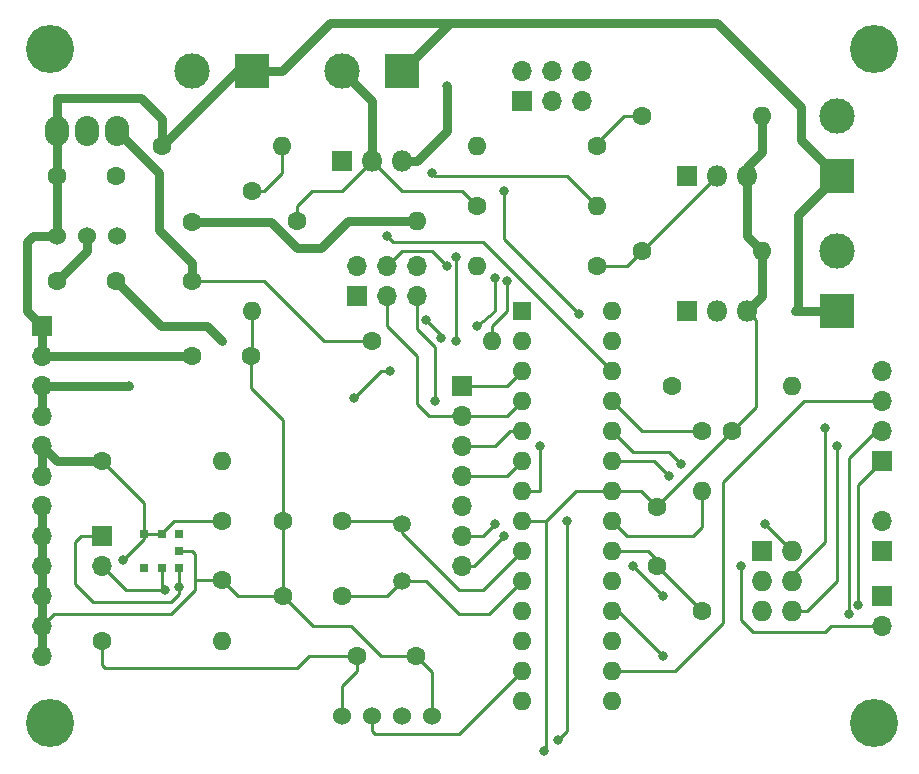
<source format=gbr>
G04 #@! TF.FileFunction,Copper,L1,Top,Signal*
%FSLAX46Y46*%
G04 Gerber Fmt 4.6, Leading zero omitted, Abs format (unit mm)*
G04 Created by KiCad (PCBNEW 4.0.5) date 03/11/17 00:01:21*
%MOMM*%
%LPD*%
G01*
G04 APERTURE LIST*
%ADD10C,0.100000*%
%ADD11R,1.800000X1.800000*%
%ADD12O,1.800000X1.800000*%
%ADD13C,1.600000*%
%ADD14R,1.600000X1.600000*%
%ADD15O,1.600000X1.600000*%
%ADD16R,3.000000X3.000000*%
%ADD17C,3.000000*%
%ADD18R,1.700000X1.700000*%
%ADD19O,1.700000X1.700000*%
%ADD20R,1.727200X1.727200*%
%ADD21O,1.727200X1.727200*%
%ADD22C,1.524000*%
%ADD23O,2.032000X2.540000*%
%ADD24C,1.500000*%
%ADD25R,0.800000X0.800000*%
%ADD26C,4.064000*%
%ADD27C,0.800000*%
%ADD28C,0.800000*%
%ADD29C,0.250000*%
G04 APERTURE END LIST*
D10*
D11*
X195580000Y-113030000D03*
D12*
X198120000Y-113030000D03*
X200660000Y-113030000D03*
D13*
X153670000Y-116840000D03*
X158670000Y-116840000D03*
X142240000Y-101600000D03*
X147240000Y-101600000D03*
X142240000Y-110490000D03*
X147240000Y-110490000D03*
X153670000Y-110490000D03*
X153670000Y-105490000D03*
X193040000Y-134620000D03*
X193040000Y-129620000D03*
X166370000Y-130810000D03*
X161370000Y-130810000D03*
X166370000Y-137160000D03*
X161370000Y-137160000D03*
X156210000Y-130810000D03*
X156210000Y-135810000D03*
X167640000Y-142240000D03*
X172640000Y-142240000D03*
D14*
X181610000Y-113030000D03*
D15*
X189230000Y-146050000D03*
X181610000Y-115570000D03*
X189230000Y-143510000D03*
X181610000Y-118110000D03*
X189230000Y-140970000D03*
X181610000Y-120650000D03*
X189230000Y-138430000D03*
X181610000Y-123190000D03*
X189230000Y-135890000D03*
X181610000Y-125730000D03*
X189230000Y-133350000D03*
X181610000Y-128270000D03*
X189230000Y-130810000D03*
X181610000Y-130810000D03*
X189230000Y-128270000D03*
X181610000Y-133350000D03*
X189230000Y-125730000D03*
X181610000Y-135890000D03*
X189230000Y-123190000D03*
X181610000Y-138430000D03*
X189230000Y-120650000D03*
X181610000Y-140970000D03*
X189230000Y-118110000D03*
X181610000Y-143510000D03*
X189230000Y-115570000D03*
X181610000Y-146050000D03*
X189230000Y-113030000D03*
D16*
X158750000Y-92710000D03*
D17*
X153670000Y-92710000D03*
D16*
X171450000Y-92710000D03*
D17*
X166370000Y-92710000D03*
D16*
X208280000Y-101600000D03*
D17*
X208280000Y-96520000D03*
D16*
X208280000Y-113030000D03*
D17*
X208280000Y-107950000D03*
D18*
X140970000Y-114300000D03*
D19*
X140970000Y-116840000D03*
X140970000Y-119380000D03*
X140970000Y-121920000D03*
X140970000Y-124460000D03*
X140970000Y-127000000D03*
X140970000Y-129540000D03*
X140970000Y-132080000D03*
X140970000Y-134620000D03*
X140970000Y-137160000D03*
X140970000Y-139700000D03*
X140970000Y-142240000D03*
D20*
X201930000Y-133350000D03*
D21*
X204470000Y-133350000D03*
X201930000Y-135890000D03*
X204470000Y-135890000D03*
X201930000Y-138430000D03*
X204470000Y-138430000D03*
D18*
X212090000Y-137160000D03*
D19*
X212090000Y-139700000D03*
D18*
X176530000Y-119380000D03*
D19*
X176530000Y-121920000D03*
X176530000Y-124460000D03*
X176530000Y-127000000D03*
X176530000Y-129540000D03*
X176530000Y-132080000D03*
X176530000Y-134620000D03*
D18*
X212090000Y-125730000D03*
D19*
X212090000Y-123190000D03*
X212090000Y-120650000D03*
X212090000Y-118110000D03*
D18*
X212090000Y-133350000D03*
D19*
X212090000Y-130810000D03*
D18*
X167640000Y-111760000D03*
D19*
X167640000Y-109220000D03*
X170180000Y-111760000D03*
X170180000Y-109220000D03*
X172720000Y-111760000D03*
X172720000Y-109220000D03*
D18*
X181610000Y-95250000D03*
D19*
X181610000Y-92710000D03*
X184150000Y-95250000D03*
X184150000Y-92710000D03*
X186690000Y-95250000D03*
X186690000Y-92710000D03*
D18*
X146050000Y-132080000D03*
D19*
X146050000Y-134620000D03*
D11*
X166370000Y-100330000D03*
D12*
X168910000Y-100330000D03*
X171450000Y-100330000D03*
D11*
X195580000Y-101600000D03*
D12*
X198120000Y-101600000D03*
X200660000Y-101600000D03*
D13*
X196850000Y-138430000D03*
D15*
X196850000Y-128270000D03*
D13*
X168910000Y-115570000D03*
D15*
X179070000Y-115570000D03*
D13*
X194310000Y-119380000D03*
D15*
X204470000Y-119380000D03*
D13*
X196850000Y-123190000D03*
X199390000Y-123190000D03*
X151130000Y-99060000D03*
D15*
X161290000Y-99060000D03*
D13*
X158750000Y-102870000D03*
D15*
X158750000Y-113030000D03*
D13*
X146050000Y-125730000D03*
D15*
X156210000Y-125730000D03*
D13*
X146050000Y-140970000D03*
D15*
X156210000Y-140970000D03*
D13*
X162560000Y-105410000D03*
D15*
X172720000Y-105410000D03*
D13*
X177800000Y-104140000D03*
D15*
X187960000Y-104140000D03*
D13*
X191770000Y-107950000D03*
D15*
X201930000Y-107950000D03*
D13*
X187960000Y-109220000D03*
D15*
X177800000Y-109220000D03*
D13*
X191770000Y-96520000D03*
D15*
X201930000Y-96520000D03*
D13*
X187960000Y-99060000D03*
D15*
X177800000Y-99060000D03*
D22*
X147320000Y-106680000D03*
X144780000Y-106680000D03*
X142240000Y-106680000D03*
D23*
X144780000Y-97790000D03*
X147320000Y-97790000D03*
X142240000Y-97790000D03*
D22*
X166370000Y-147320000D03*
X168910000Y-147320000D03*
X171450000Y-147320000D03*
X173990000Y-147320000D03*
D24*
X171450000Y-135890000D03*
X171450000Y-131010000D03*
D25*
X152630000Y-133350000D03*
X151130000Y-131900000D03*
X152630000Y-131900000D03*
X151130000Y-134800000D03*
X152630000Y-134800000D03*
X149630000Y-131900000D03*
X149630000Y-134800000D03*
D26*
X141640000Y-90840000D03*
X211420000Y-90840000D03*
X141640000Y-147920000D03*
X211420000Y-147920000D03*
D27*
X208280000Y-124460000D03*
X175260000Y-93980000D03*
X156210000Y-115570000D03*
X183515000Y-150241000D03*
X147828000Y-134112000D03*
X202184000Y-131064000D03*
X183134000Y-124460000D03*
X174752000Y-115316000D03*
X173482000Y-113792000D03*
X148336000Y-119380000D03*
X191008000Y-134620000D03*
X193548000Y-137160000D03*
X180340000Y-110490000D03*
X209296000Y-138684000D03*
X180086000Y-132080000D03*
X207264000Y-122936000D03*
X193548000Y-142240000D03*
X174244000Y-120650000D03*
X200152000Y-134620000D03*
X180086000Y-102870000D03*
X186436000Y-113284000D03*
X194056000Y-127000000D03*
X195072000Y-125984000D03*
X176022000Y-108458000D03*
X176022000Y-115570000D03*
X177800000Y-114300000D03*
X179324000Y-131064000D03*
X179324000Y-110236000D03*
X170180000Y-106680000D03*
X185420000Y-130810000D03*
X184658000Y-149352000D03*
X152630000Y-136398000D03*
X210058000Y-137922000D03*
X170434000Y-118110000D03*
X167386000Y-120396000D03*
X151384000Y-136652000D03*
X173990000Y-101346000D03*
X175260000Y-109220000D03*
D28*
X158750000Y-92710000D02*
X161290000Y-92710000D01*
X165354000Y-88646000D02*
X175514000Y-88646000D01*
X161290000Y-92710000D02*
X165354000Y-88646000D01*
X208280000Y-113030000D02*
X204724000Y-113030000D01*
X204978000Y-104902000D02*
X208280000Y-101600000D01*
X204978000Y-112776000D02*
X204978000Y-104902000D01*
X204724000Y-113030000D02*
X204978000Y-112776000D01*
X171450000Y-92710000D02*
X175514000Y-88646000D01*
X205232000Y-98552000D02*
X208280000Y-101600000D01*
X175514000Y-88646000D02*
X198120000Y-88646000D01*
X198120000Y-88646000D02*
X205232000Y-95758000D01*
X205232000Y-95758000D02*
X205232000Y-98552000D01*
X153670000Y-116840000D02*
X140970000Y-116840000D01*
X158750000Y-92710000D02*
X157480000Y-92710000D01*
X157480000Y-92710000D02*
X151130000Y-99060000D01*
X142240000Y-97790000D02*
X142240000Y-94996000D01*
X151130000Y-96774000D02*
X151130000Y-99060000D01*
X149352000Y-94996000D02*
X151130000Y-96774000D01*
X142240000Y-94996000D02*
X149352000Y-94996000D01*
X142240000Y-97790000D02*
X142240000Y-101600000D01*
X142240000Y-101600000D02*
X142240000Y-106680000D01*
X142240000Y-106680000D02*
X140208000Y-106680000D01*
X139700000Y-113030000D02*
X140970000Y-114300000D01*
X139700000Y-107188000D02*
X139700000Y-113030000D01*
X140208000Y-106680000D02*
X139700000Y-107188000D01*
X140970000Y-114300000D02*
X140970000Y-116840000D01*
D29*
X204470000Y-138430000D02*
X205740000Y-138430000D01*
X208280000Y-135890000D02*
X208280000Y-124460000D01*
X205740000Y-138430000D02*
X208280000Y-135890000D01*
D28*
X175260000Y-93980000D02*
X175260000Y-97790000D01*
X175260000Y-97790000D02*
X172720000Y-100330000D01*
X172720000Y-100330000D02*
X171450000Y-100330000D01*
X156210000Y-115570000D02*
X154940000Y-114300000D01*
X154940000Y-114300000D02*
X151050000Y-114300000D01*
X151050000Y-114300000D02*
X147240000Y-110490000D01*
D29*
X183642000Y-150114000D02*
X183642000Y-130810000D01*
X183515000Y-150241000D02*
X183642000Y-150114000D01*
D28*
X140970000Y-139700000D02*
X140970000Y-142240000D01*
X140970000Y-137160000D02*
X140970000Y-139700000D01*
X140970000Y-134620000D02*
X140970000Y-137160000D01*
X140970000Y-132080000D02*
X140970000Y-134620000D01*
X140970000Y-129540000D02*
X140970000Y-132080000D01*
X201930000Y-107950000D02*
X201930000Y-111760000D01*
X201930000Y-111760000D02*
X200660000Y-113030000D01*
D29*
X200660000Y-101600000D02*
X200660000Y-100838000D01*
D28*
X200660000Y-100838000D02*
X201930000Y-99568000D01*
X201930000Y-99568000D02*
X201930000Y-96520000D01*
X200660000Y-101600000D02*
X200660000Y-106680000D01*
X200660000Y-106680000D02*
X201930000Y-107950000D01*
D29*
X199390000Y-123190000D02*
X201422000Y-121158000D01*
X201422000Y-121158000D02*
X201422000Y-113792000D01*
X201422000Y-113792000D02*
X200660000Y-113030000D01*
X193040000Y-129620000D02*
X193040000Y-129540000D01*
X193040000Y-129540000D02*
X199390000Y-123190000D01*
X158670000Y-116840000D02*
X158670000Y-119554000D01*
X161370000Y-122254000D02*
X161370000Y-130810000D01*
X158670000Y-119554000D02*
X161370000Y-122254000D01*
X156210000Y-135810000D02*
X153924000Y-135810000D01*
X153924000Y-135810000D02*
X153924000Y-135636000D01*
D28*
X153670000Y-105490000D02*
X160354000Y-105490000D01*
X166878000Y-105410000D02*
X172720000Y-105410000D01*
X164592000Y-107696000D02*
X166878000Y-105410000D01*
X162560000Y-107696000D02*
X164592000Y-107696000D01*
X160354000Y-105490000D02*
X162560000Y-107696000D01*
D29*
X152630000Y-133350000D02*
X153670000Y-133350000D01*
X153670000Y-133350000D02*
X153924000Y-133604000D01*
X153924000Y-133604000D02*
X153924000Y-135636000D01*
X141986000Y-138684000D02*
X140970000Y-139700000D01*
X151892000Y-138684000D02*
X141986000Y-138684000D01*
X153924000Y-136652000D02*
X151892000Y-138684000D01*
X153924000Y-135636000D02*
X153924000Y-136652000D01*
X189230000Y-128270000D02*
X191690000Y-128270000D01*
X191690000Y-128270000D02*
X193040000Y-129620000D01*
X181610000Y-130810000D02*
X183642000Y-130810000D01*
X186182000Y-128270000D02*
X189230000Y-128270000D01*
X183642000Y-130810000D02*
X186182000Y-128270000D01*
X158750000Y-113030000D02*
X158750000Y-116760000D01*
X158750000Y-116760000D02*
X158670000Y-116840000D01*
X147240000Y-106600000D02*
X147320000Y-106680000D01*
X147320000Y-110410000D02*
X147240000Y-110490000D01*
X161370000Y-130810000D02*
X161370000Y-137160000D01*
X161370000Y-137160000D02*
X157560000Y-137160000D01*
X157560000Y-137160000D02*
X156210000Y-135810000D01*
X172640000Y-142240000D02*
X169672000Y-142240000D01*
X163910000Y-139700000D02*
X161370000Y-137160000D01*
X167132000Y-139700000D02*
X163910000Y-139700000D01*
X169672000Y-142240000D02*
X167132000Y-139700000D01*
X173990000Y-147320000D02*
X173990000Y-143590000D01*
X173990000Y-143590000D02*
X172640000Y-142240000D01*
D28*
X144780000Y-106680000D02*
X144780000Y-107950000D01*
X144780000Y-107950000D02*
X142240000Y-110490000D01*
X140970000Y-124460000D02*
X140970000Y-127000000D01*
D29*
X151130000Y-131900000D02*
X151130000Y-131826000D01*
X151130000Y-131826000D02*
X152146000Y-130810000D01*
X152146000Y-130810000D02*
X156210000Y-130810000D01*
X149630000Y-132310000D02*
X149630000Y-131900000D01*
X147828000Y-134112000D02*
X149630000Y-132310000D01*
X151130000Y-131900000D02*
X149630000Y-131900000D01*
X149630000Y-131900000D02*
X149630000Y-129262000D01*
X149352000Y-129032000D02*
X146050000Y-125730000D01*
X149400000Y-129032000D02*
X149352000Y-129032000D01*
X149630000Y-129262000D02*
X149400000Y-129032000D01*
X146050000Y-140970000D02*
X146050000Y-143002000D01*
X163576000Y-142240000D02*
X167640000Y-142240000D01*
X162560000Y-143256000D02*
X163576000Y-142240000D01*
X146304000Y-143256000D02*
X162560000Y-143256000D01*
X146050000Y-143002000D02*
X146304000Y-143256000D01*
X167640000Y-142240000D02*
X167640000Y-143510000D01*
X166370000Y-144780000D02*
X166370000Y-147320000D01*
X167640000Y-143510000D02*
X166370000Y-144780000D01*
D28*
X146050000Y-125730000D02*
X142240000Y-125730000D01*
X142240000Y-125730000D02*
X140970000Y-124460000D01*
X140970000Y-119380000D02*
X140970000Y-121920000D01*
D29*
X204470000Y-133350000D02*
X202184000Y-131064000D01*
X193040000Y-134620000D02*
X193040000Y-134112000D01*
X193040000Y-134112000D02*
X192278000Y-133350000D01*
X192278000Y-133350000D02*
X189230000Y-133350000D01*
X182880000Y-128270000D02*
X181610000Y-128270000D01*
X183134000Y-128270000D02*
X182880000Y-128270000D01*
X183134000Y-124460000D02*
X183134000Y-128270000D01*
X174752000Y-115062000D02*
X174752000Y-115316000D01*
X173482000Y-113792000D02*
X174752000Y-115062000D01*
D28*
X148336000Y-119380000D02*
X140970000Y-119380000D01*
D29*
X196850000Y-138430000D02*
X193040000Y-134620000D01*
X153670000Y-110490000D02*
X159766000Y-110490000D01*
X164846000Y-115570000D02*
X168910000Y-115570000D01*
X159766000Y-110490000D02*
X164846000Y-115570000D01*
D28*
X153670000Y-110490000D02*
X153670000Y-108966000D01*
X153670000Y-108966000D02*
X150876000Y-106172000D01*
X150876000Y-106172000D02*
X150876000Y-101346000D01*
X150876000Y-101346000D02*
X147320000Y-97790000D01*
D29*
X178308000Y-136652000D02*
X181610000Y-133350000D01*
X176276000Y-136652000D02*
X178308000Y-136652000D01*
X171450000Y-131826000D02*
X176276000Y-136652000D01*
X171450000Y-131010000D02*
X171450000Y-131826000D01*
X166370000Y-130810000D02*
X171250000Y-130810000D01*
X171250000Y-130810000D02*
X171450000Y-131010000D01*
X178816000Y-138684000D02*
X181610000Y-135890000D01*
X176276000Y-138684000D02*
X178816000Y-138684000D01*
X173482000Y-135890000D02*
X176276000Y-138684000D01*
X171450000Y-135890000D02*
X173482000Y-135890000D01*
X166370000Y-137160000D02*
X170180000Y-137160000D01*
X170180000Y-137160000D02*
X171450000Y-135890000D01*
X191008000Y-134620000D02*
X193548000Y-137160000D01*
X179070000Y-114300000D02*
X179070000Y-115570000D01*
X180340000Y-113030000D02*
X180340000Y-110490000D01*
X179070000Y-114300000D02*
X180340000Y-113030000D01*
X212090000Y-123190000D02*
X211582000Y-123190000D01*
X211582000Y-123190000D02*
X209296000Y-125476000D01*
X209296000Y-125476000D02*
X209296000Y-138684000D01*
X176530000Y-134620000D02*
X177546000Y-134620000D01*
X177546000Y-134620000D02*
X180086000Y-132080000D01*
X189230000Y-143510000D02*
X194564000Y-143510000D01*
X205486000Y-120650000D02*
X212090000Y-120650000D01*
X198628000Y-127508000D02*
X205486000Y-120650000D01*
X198628000Y-139446000D02*
X198628000Y-127508000D01*
X194564000Y-143510000D02*
X198628000Y-139446000D01*
X176530000Y-119380000D02*
X180340000Y-119380000D01*
X180340000Y-119380000D02*
X181610000Y-118110000D01*
X204470000Y-135890000D02*
X204470000Y-135382000D01*
X204470000Y-135382000D02*
X207264000Y-132588000D01*
X207264000Y-132588000D02*
X207264000Y-122936000D01*
X176530000Y-121920000D02*
X180340000Y-121920000D01*
X180340000Y-121920000D02*
X181610000Y-120650000D01*
X170180000Y-111760000D02*
X170180000Y-114300000D01*
X173736000Y-121920000D02*
X176530000Y-121920000D01*
X172720000Y-120904000D02*
X173736000Y-121920000D01*
X172720000Y-116840000D02*
X172720000Y-120904000D01*
X170180000Y-114300000D02*
X172720000Y-116840000D01*
X189230000Y-138430000D02*
X189738000Y-138430000D01*
X189738000Y-138430000D02*
X193548000Y-142240000D01*
X181610000Y-123190000D02*
X180594000Y-123190000D01*
X179324000Y-124460000D02*
X176530000Y-124460000D01*
X180594000Y-123190000D02*
X179324000Y-124460000D01*
X172720000Y-111760000D02*
X172720000Y-114554000D01*
X174244000Y-116078000D02*
X174244000Y-120650000D01*
X172720000Y-114554000D02*
X174244000Y-116078000D01*
X212090000Y-139700000D02*
X207772000Y-139700000D01*
X200152000Y-139192000D02*
X200152000Y-134620000D01*
X201168000Y-140208000D02*
X200152000Y-139192000D01*
X207264000Y-140208000D02*
X201168000Y-140208000D01*
X207772000Y-139700000D02*
X207264000Y-140208000D01*
X180086000Y-106934000D02*
X180086000Y-102870000D01*
X186436000Y-113284000D02*
X180086000Y-106934000D01*
X176530000Y-127000000D02*
X180340000Y-127000000D01*
X180340000Y-127000000D02*
X181610000Y-125730000D01*
X196850000Y-128270000D02*
X196850000Y-131318000D01*
X190500000Y-132080000D02*
X189230000Y-130810000D01*
X196088000Y-132080000D02*
X190500000Y-132080000D01*
X196850000Y-131318000D02*
X196088000Y-132080000D01*
X189230000Y-125730000D02*
X192786000Y-125730000D01*
X192786000Y-125730000D02*
X194056000Y-127000000D01*
X191008000Y-124968000D02*
X189230000Y-123190000D01*
X194056000Y-124968000D02*
X191008000Y-124968000D01*
X195072000Y-125984000D02*
X194056000Y-124968000D01*
X176022000Y-115570000D02*
X176022000Y-108458000D01*
X196850000Y-123190000D02*
X191770000Y-123190000D01*
X191770000Y-123190000D02*
X189230000Y-120650000D01*
X177800000Y-114300000D02*
X179324000Y-113030000D01*
X179324000Y-113030000D02*
X179324000Y-110236000D01*
X176530000Y-132080000D02*
X178308000Y-132080000D01*
X178308000Y-132080000D02*
X179324000Y-131064000D01*
X178308000Y-107188000D02*
X189230000Y-118110000D01*
X170688000Y-107188000D02*
X178308000Y-107188000D01*
X170180000Y-106680000D02*
X170688000Y-107188000D01*
X158750000Y-102870000D02*
X159766000Y-102870000D01*
X161290000Y-101346000D02*
X161290000Y-99060000D01*
X159766000Y-102870000D02*
X161290000Y-101346000D01*
X168910000Y-147320000D02*
X168910000Y-148590000D01*
X176276000Y-148844000D02*
X181610000Y-143510000D01*
X169164000Y-148844000D02*
X176276000Y-148844000D01*
X168910000Y-148590000D02*
X169164000Y-148844000D01*
X185420000Y-148590000D02*
X185420000Y-130810000D01*
X184658000Y-149352000D02*
X185420000Y-148590000D01*
X152630000Y-134800000D02*
X152630000Y-136398000D01*
X152630000Y-136398000D02*
X152630000Y-136930000D01*
X152630000Y-136930000D02*
X151892000Y-137668000D01*
X151892000Y-137668000D02*
X145288000Y-137668000D01*
X145288000Y-137668000D02*
X143764000Y-136144000D01*
X143764000Y-136144000D02*
X143764000Y-132588000D01*
X143764000Y-132588000D02*
X144272000Y-132080000D01*
X144272000Y-132080000D02*
X146050000Y-132080000D01*
X212090000Y-125730000D02*
X210058000Y-127762000D01*
X210058000Y-127762000D02*
X210058000Y-137922000D01*
X169672000Y-118110000D02*
X170434000Y-118110000D01*
X167386000Y-120396000D02*
X169672000Y-118110000D01*
X148082000Y-136652000D02*
X146050000Y-134620000D01*
X151384000Y-136652000D02*
X148082000Y-136652000D01*
X151130000Y-134800000D02*
X151130000Y-136398000D01*
X151130000Y-136398000D02*
X151384000Y-136652000D01*
X168910000Y-100330000D02*
X171450000Y-102870000D01*
X176530000Y-102870000D02*
X177800000Y-104140000D01*
X171450000Y-102870000D02*
X176530000Y-102870000D01*
D28*
X168910000Y-100330000D02*
X168910000Y-95250000D01*
X168910000Y-95250000D02*
X166370000Y-92710000D01*
D29*
X162560000Y-105410000D02*
X162560000Y-104140000D01*
X166370000Y-102870000D02*
X168910000Y-100330000D01*
X163830000Y-102870000D02*
X166370000Y-102870000D01*
X162560000Y-104140000D02*
X163830000Y-102870000D01*
X191770000Y-107950000D02*
X198120000Y-101600000D01*
X187960000Y-109220000D02*
X190500000Y-109220000D01*
X190500000Y-109220000D02*
X191770000Y-107950000D01*
X187960000Y-99060000D02*
X187960000Y-98806000D01*
X187960000Y-98806000D02*
X190246000Y-96520000D01*
X190246000Y-96520000D02*
X191770000Y-96520000D01*
X173990000Y-101346000D02*
X174244000Y-101600000D01*
X174244000Y-101600000D02*
X185420000Y-101600000D01*
X185420000Y-101600000D02*
X187960000Y-104140000D01*
X170180000Y-109220000D02*
X171450000Y-107950000D01*
X173990000Y-107950000D02*
X175260000Y-109220000D01*
X171450000Y-107950000D02*
X173990000Y-107950000D01*
X184150000Y-92710000D02*
X184150000Y-91948000D01*
M02*

</source>
